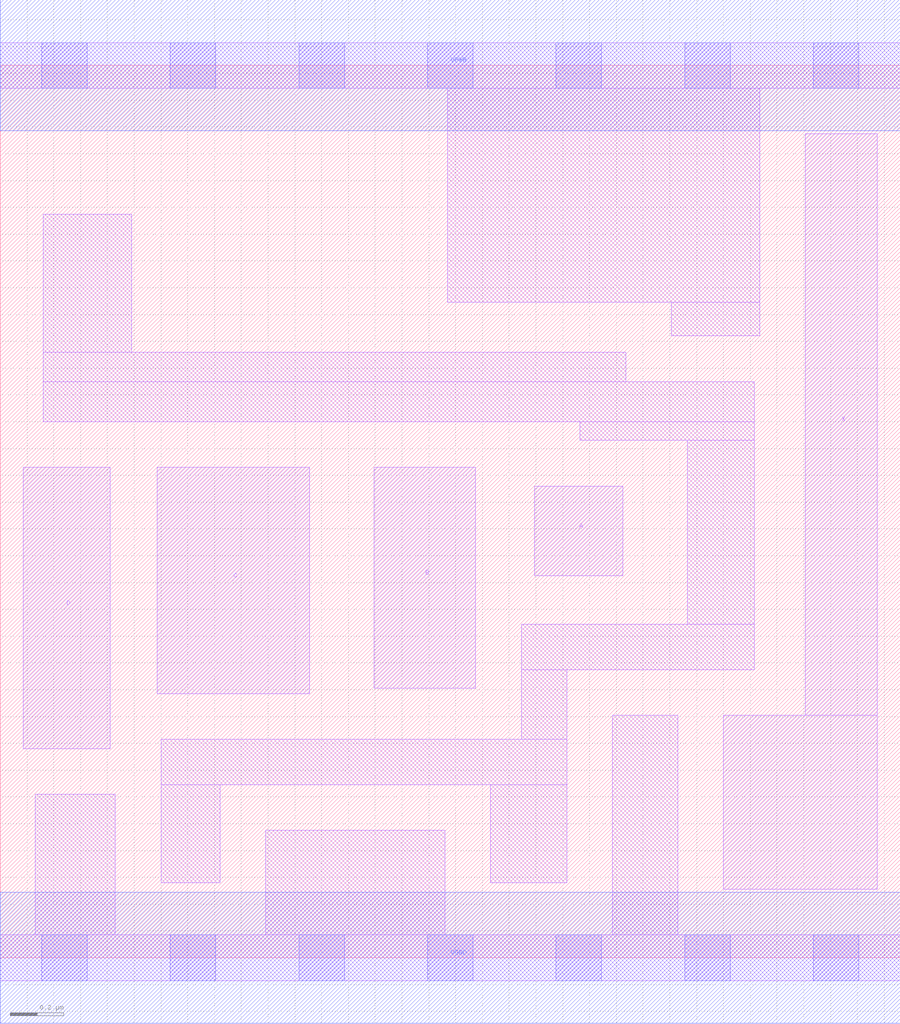
<source format=lef>
# Copyright 2020 The SkyWater PDK Authors
#
# Licensed under the Apache License, Version 2.0 (the "License");
# you may not use this file except in compliance with the License.
# You may obtain a copy of the License at
#
#     https://www.apache.org/licenses/LICENSE-2.0
#
# Unless required by applicable law or agreed to in writing, software
# distributed under the License is distributed on an "AS IS" BASIS,
# WITHOUT WARRANTIES OR CONDITIONS OF ANY KIND, either express or implied.
# See the License for the specific language governing permissions and
# limitations under the License.
#
# SPDX-License-Identifier: Apache-2.0

VERSION 5.7 ;
  NOWIREEXTENSIONATPIN ON ;
  DIVIDERCHAR "/" ;
  BUSBITCHARS "[]" ;
UNITS
  DATABASE MICRONS 200 ;
END UNITS
MACRO sky130_fd_sc_lp__or4_1
  CLASS CORE ;
  FOREIGN sky130_fd_sc_lp__or4_1 ;
  ORIGIN  0.000000  0.000000 ;
  SIZE  3.360000 BY  3.330000 ;
  SYMMETRY X Y R90 ;
  SITE unit ;
  PIN A
    ANTENNAGATEAREA  0.126000 ;
    DIRECTION INPUT ;
    USE SIGNAL ;
    PORT
      LAYER li1 ;
        RECT 1.995000 1.425000 2.325000 1.760000 ;
    END
  END A
  PIN B
    ANTENNAGATEAREA  0.126000 ;
    DIRECTION INPUT ;
    USE SIGNAL ;
    PORT
      LAYER li1 ;
        RECT 1.395000 1.005000 1.775000 1.830000 ;
    END
  END B
  PIN C
    ANTENNAGATEAREA  0.126000 ;
    DIRECTION INPUT ;
    USE SIGNAL ;
    PORT
      LAYER li1 ;
        RECT 0.585000 0.985000 1.155000 1.830000 ;
    END
  END C
  PIN D
    ANTENNAGATEAREA  0.126000 ;
    DIRECTION INPUT ;
    USE SIGNAL ;
    PORT
      LAYER li1 ;
        RECT 0.085000 0.780000 0.410000 1.830000 ;
    END
  END D
  PIN X
    ANTENNADIFFAREA  0.556500 ;
    DIRECTION OUTPUT ;
    USE SIGNAL ;
    PORT
      LAYER li1 ;
        RECT 2.700000 0.255000 3.275000 0.905000 ;
        RECT 3.005000 0.905000 3.275000 3.075000 ;
    END
  END X
  PIN VGND
    DIRECTION INOUT ;
    USE GROUND ;
    PORT
      LAYER met1 ;
        RECT 0.000000 -0.245000 3.360000 0.245000 ;
    END
  END VGND
  PIN VPWR
    DIRECTION INOUT ;
    USE POWER ;
    PORT
      LAYER met1 ;
        RECT 0.000000 3.085000 3.360000 3.575000 ;
    END
  END VPWR
  OBS
    LAYER li1 ;
      RECT 0.000000 -0.085000 3.360000 0.085000 ;
      RECT 0.000000  3.245000 3.360000 3.415000 ;
      RECT 0.130000  0.085000 0.430000 0.610000 ;
      RECT 0.160000  2.000000 2.815000 2.150000 ;
      RECT 0.160000  2.150000 2.335000 2.260000 ;
      RECT 0.160000  2.260000 0.490000 2.775000 ;
      RECT 0.600000  0.280000 0.820000 0.645000 ;
      RECT 0.600000  0.645000 2.115000 0.815000 ;
      RECT 0.990000  0.085000 1.660000 0.475000 ;
      RECT 1.670000  2.445000 2.835000 3.245000 ;
      RECT 1.830000  0.280000 2.115000 0.645000 ;
      RECT 1.945000  0.815000 2.115000 1.075000 ;
      RECT 1.945000  1.075000 2.815000 1.245000 ;
      RECT 2.165000  1.930000 2.815000 2.000000 ;
      RECT 2.285000  0.085000 2.530000 0.905000 ;
      RECT 2.505000  2.320000 2.835000 2.445000 ;
      RECT 2.565000  1.245000 2.815000 1.930000 ;
    LAYER mcon ;
      RECT 0.155000 -0.085000 0.325000 0.085000 ;
      RECT 0.155000  3.245000 0.325000 3.415000 ;
      RECT 0.635000 -0.085000 0.805000 0.085000 ;
      RECT 0.635000  3.245000 0.805000 3.415000 ;
      RECT 1.115000 -0.085000 1.285000 0.085000 ;
      RECT 1.115000  3.245000 1.285000 3.415000 ;
      RECT 1.595000 -0.085000 1.765000 0.085000 ;
      RECT 1.595000  3.245000 1.765000 3.415000 ;
      RECT 2.075000 -0.085000 2.245000 0.085000 ;
      RECT 2.075000  3.245000 2.245000 3.415000 ;
      RECT 2.555000 -0.085000 2.725000 0.085000 ;
      RECT 2.555000  3.245000 2.725000 3.415000 ;
      RECT 3.035000 -0.085000 3.205000 0.085000 ;
      RECT 3.035000  3.245000 3.205000 3.415000 ;
  END
END sky130_fd_sc_lp__or4_1
END LIBRARY

</source>
